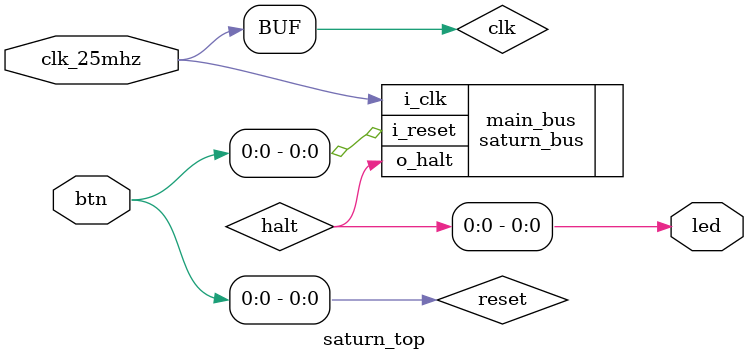
<source format=v>
/*
    (c) Raphaël Jacquot 2019
    
		This file is part of hp_saturn.

    hp_saturn is free software: you can redistribute it and/or modify
    it under the terms of the GNU General Public License as published by
    the Free Software Foundation, either version 3 of the License, or
    any later version.

    hp_saturn is distributed in the hope that it will be useful,
    but WITHOUT ANY WARRANTY; without even the implied warranty of
    MERCHANTABILITY or FITNESS FOR A PARTICULAR PURPOSE.  See the
    GNU General Public License for more details.

    You should have received a copy of the GNU General Public License
    along with Foobar.  If not, see <https://www.gnu.org/licenses/>.

 */

`default_nettype none

`ifdef SIM
module saturn_top;
`else
module saturn_top (
	clk_25mhz,
	btn,
	led
);

input  wire [0:0] clk_25mhz;
input  wire [6:0] btn;
output reg  [7:0] led;

wire [0:0] clk;
wire [0:0] reset;
wire [0:0] halt;

assign clk    = clk_25mhz;
assign reset  = btn[0]; 
assign led[0] = halt;

`endif

saturn_bus main_bus (
    .i_clk   (clk),
    .i_reset (reset),
    .o_halt  (halt)
);


`ifdef SIM
reg	 [0:0] clk;
reg	 [0:0] reset;
wire [0:0] halt;

initial begin
	$display("TOP       : starting the simulation");
	clk = 0;
	reset = 1;
	@(posedge clk);
	@(posedge clk);
	@(posedge clk);
	reset = 0;
    $display("TOP       : reset done, waiting for instructions");
	@(posedge halt);
    $display("TOP       : instructed to stop, halt is %b", halt);
	$finish;
end

always 
    #10 clk = (clk === 1'b0);
`endif


endmodule

</source>
